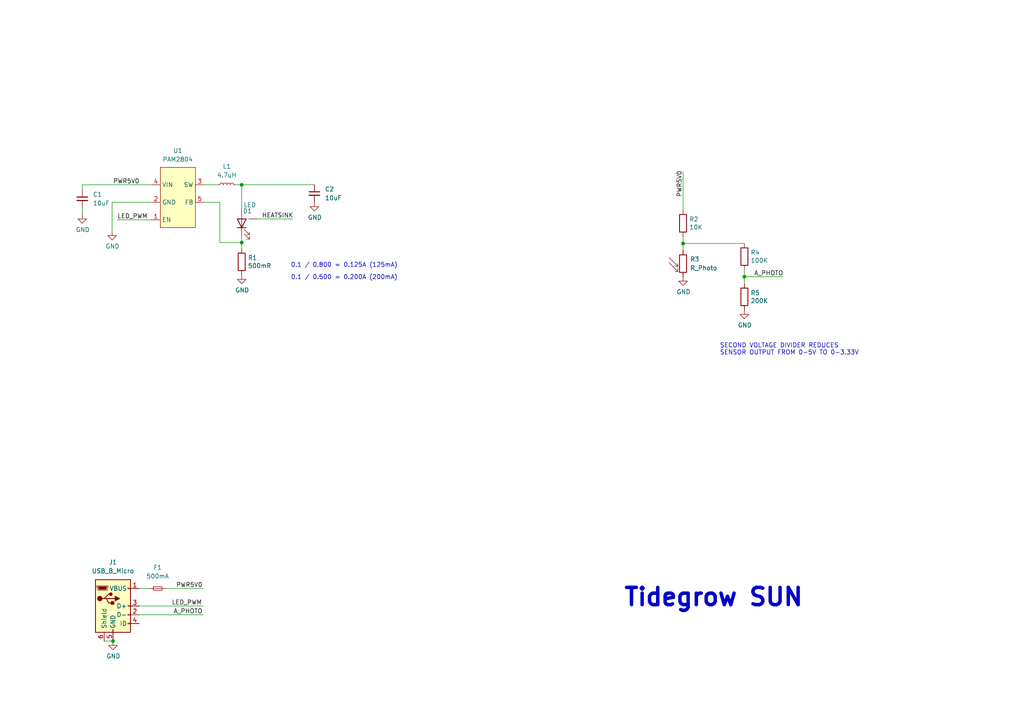
<source format=kicad_sch>
(kicad_sch (version 20211123) (generator eeschema)
  (paper "A4")
  (title_block (title "Tidegrow Sun") (date "2022-10-26") (rev "V0") (company "Copyright © 2022 Lone Dynamics Corporation"))
  (lib_symbols
    (symbol "Connector:USB_B_Micro" (pin_names (offset 1.016))
      (property "Reference" "J" (at -5.08 11.43 0))
      (property "Value" "USB_B_Micro" (at -5.08 8.89 0))
      (symbol "USB_B_Micro_0_1"
        (rectangle (start -5.08 -7.62) (end 5.08 7.62) (stroke (width 0.254)) (fill (type background)))
        (circle (center -3.81 2.159) (radius 0.635) (stroke (width 0.254)) (fill (type outline)))
        (circle (center -0.635 3.429) (radius 0.381) (stroke (width 0.254)) (fill (type outline)))
        (rectangle (start -0.127 -7.62) (end 0.127 -6.858))
        (polyline (pts (xy -1.905 2.159) (xy 0.635 2.159)) (stroke (width 0.254)))
        (polyline (pts (xy -3.175 2.159) (xy -2.54 2.159) (xy -1.27 3.429) (xy -0.635 3.429)) (stroke (width 0.254)))
        (polyline (pts (xy -2.54 2.159) (xy -1.905 2.159) (xy -1.27 0.889) (xy 0 0.889)) (stroke (width 0.254)))
        (polyline (pts (xy 0.635 2.794) (xy 0.635 1.524) (xy 1.905 2.159) (xy 0.635 2.794)) (stroke (width 0.254)) (fill (type outline)))
        (polyline (pts (xy -4.318 5.588) (xy -1.778 5.588) (xy -2.032 4.826) (xy -4.064 4.826) (xy -4.318 5.588)) (fill (type outline)))
        (polyline (pts (xy -4.699 5.842) (xy -4.699 5.588) (xy -4.445 4.826) (xy -4.445 4.572) (xy -1.651 4.572) (xy -1.651 4.826) (xy -1.397 5.588) (xy -1.397 5.842) (xy -4.699 5.842)))
        (rectangle (start 0.254 1.27) (end -0.508 0.508) (stroke (width 0.254)) (fill (type outline)))
        (rectangle (start 5.08 -5.207) (end 4.318 -4.953))
        (rectangle (start 5.08 -2.667) (end 4.318 -2.413))
        (rectangle (start 5.08 -0.127) (end 4.318 0.127))
        (rectangle (start 5.08 4.953) (end 4.318 5.207))
      )
      (symbol "USB_B_Micro_1_1"
        (pin power_out line (at 7.62 5.08 180) (length 2.54) (name "VBUS") (number "1"))
        (pin bidirectional line (at 7.62 -2.54 180) (length 2.54) (name "D-") (number "2"))
        (pin bidirectional line (at 7.62 0 180) (length 2.54) (name "D+") (number "3"))
        (pin passive line (at 7.62 -5.08 180) (length 2.54) (name "ID") (number "4"))
        (pin power_out line (at 0 -10.16 90) (length 2.54) (name "GND") (number "5"))
        (pin passive line (at -2.54 -10.16 90) (length 2.54) (name "Shield") (number "6"))
      )
    )
    (symbol "Device:C_Small" (pin_numbers hide) (pin_names (offset 0.254) hide)
      (property "Reference" "C" (at 0.254 1.778 0))
      (property "Value" "C_Small" (at 0.254 -2.032 0))
      (symbol "C_Small_0_1"
        (polyline (pts (xy -1.524 -0.508) (xy 1.524 -0.508)) (stroke (width 0.3302)))
        (polyline (pts (xy -1.524 0.508) (xy 1.524 0.508)) (stroke (width 0.3048)))
      )
      (symbol "C_Small_1_1"
        (pin passive line (at 0 2.54 270) (length 2.032) (name "~") (number "1"))
        (pin passive line (at 0 -2.54 90) (length 2.032) (name "~") (number "2"))
      )
    )
    (symbol "Device:Fuse_Small" (pin_numbers hide) (pin_names (offset 0.254) hide)
      (property "Reference" "F" (at 0 -1.524 0))
      (property "Value" "Fuse_Small" (at 0 1.524 0))
      (symbol "Fuse_Small_0_1"
        (rectangle (start -1.27 0.508) (end 1.27 -0.508))
        (polyline (pts (xy -1.27 0) (xy 1.27 0)))
      )
      (symbol "Fuse_Small_1_1"
        (pin passive line (at -2.54 0 0) (length 1.27) (name "~") (number "1"))
        (pin passive line (at 2.54 0 180) (length 1.27) (name "~") (number "2"))
      )
    )
    (symbol "Device:LED" (pin_numbers hide) (pin_names (offset 1.016) hide)
      (property "Reference" "D1" (at 3.556 -0.3174 90))
      (property "Value" "LED" (at 3.556 -2.8574 90))
      (symbol "LED_0_1"
        (polyline (pts (xy -1.27 -1.27) (xy -1.27 1.27)) (stroke (width 0.254)))
        (polyline (pts (xy -1.27 0) (xy 1.27 0)))
        (polyline (pts (xy 1.27 -1.27) (xy 1.27 1.27) (xy -1.27 0) (xy 1.27 -1.27)) (stroke (width 0.254)))
        (polyline (pts (xy -3.048 -0.762) (xy -4.572 -2.286) (xy -3.81 -2.286) (xy -4.572 -2.286) (xy -4.572 -1.524)))
        (polyline (pts (xy -1.778 -0.762) (xy -3.302 -2.286) (xy -2.54 -2.286) (xy -3.302 -2.286) (xy -3.302 -1.524)))
      )
      (symbol "LED_1_1"
        (pin passive line (at -3.81 0 0) (length 2.54) (name "K") (number "1"))
        (pin passive line (at 3.81 0 180) (length 2.54) (name "A") (number "2"))
        (pin output line (at 1.27 -4.572 90) (length 2.54) (name "HEATSINK") (number "3"))
      )
    )
    (symbol "Device:L_Small" (pin_numbers hide) (pin_names (offset 0.254) hide)
      (property "Reference" "L" (at 0.762 1.016 0))
      (property "Value" "L_Small" (at 0.762 -1.016 0))
      (symbol "L_Small_0_1"
        (arc (start 0 -2.032) (mid 0.508 -1.524) (end 0 -1.016))
        (arc (start 0 -1.016) (mid 0.508 -0.508) (end 0 0))
        (arc (start 0 0) (mid 0.508 0.508) (end 0 1.016))
        (arc (start 0 1.016) (mid 0.508 1.524) (end 0 2.032))
      )
      (symbol "L_Small_1_1"
        (pin passive line (at 0 2.54 270) (length 0.508) (name "~") (number "1"))
        (pin passive line (at 0 -2.54 90) (length 0.508) (name "~") (number "2"))
      )
    )
    (symbol "Device:R" (pin_numbers hide) (pin_names (offset 0))
      (property "Reference" "R" (at 2.032 0 90))
      (property "Value" "R" (at 0 0 90))
      (symbol "R_0_1"
        (rectangle (start -1.016 -2.54) (end 1.016 2.54) (stroke (width 0.254)))
      )
      (symbol "R_1_1"
        (pin passive line (at 0 3.81 270) (length 1.27) (name "~") (number "1"))
        (pin passive line (at 0 -3.81 90) (length 1.27) (name "~") (number "2"))
      )
    )
    (symbol "Device:R_Photo" (pin_numbers hide) (pin_names (offset 0))
      (property "Reference" "R" (at 1.27 1.27 0))
      (property "Value" "R_Photo" (at 1.27 0 0))
      (symbol "R_Photo_0_1"
        (rectangle (start -1.016 2.54) (end 1.016 -2.54) (stroke (width 0.254)))
        (polyline (pts (xy -1.524 -2.286) (xy -4.064 0.254)))
        (polyline (pts (xy -1.524 -2.286) (xy -2.286 -2.286)))
        (polyline (pts (xy -1.524 -2.286) (xy -1.524 -1.524)))
        (polyline (pts (xy -1.524 -0.762) (xy -4.064 1.778)))
        (polyline (pts (xy -1.524 -0.762) (xy -2.286 -0.762)))
        (polyline (pts (xy -1.524 -0.762) (xy -1.524 0)))
      )
      (symbol "R_Photo_1_1"
        (pin passive line (at 0 3.81 270) (length 1.27) (name "~") (number "1"))
        (pin passive line (at 0 -3.81 90) (length 1.27) (name "~") (number "2"))
      )
    )
    (symbol "ld-misc:PAM2804"
      (property "Reference" "U" (at 0 7.366 0))
      (property "Value" "PAM2804" (at 0 4.572 0))
      (symbol "PAM2804_0_1"
        (rectangle (start -5.08 6.096) (end 5.08 -11.43) (fill (type background)))
      )
      (symbol "PAM2804_1_1"
        (pin input line (at -7.62 -9.144 0) (length 2.54) (name "EN") (number "1"))
        (pin power_in line (at -7.62 -4.064 0) (length 2.54) (name "GND") (number "2"))
        (pin power_out line (at 7.62 1.016 180) (length 2.54) (name "SW") (number "3"))
        (pin power_in line (at -7.62 1.016 0) (length 2.54) (name "VIN") (number "4"))
        (pin power_in line (at 7.62 -4.064 180) (length 2.54) (name "FB") (number "5"))
      )
    )
    (symbol "power:GND" (power) (pin_names (offset 0))
      (property "Value" "GND" (at 0 -3.81 0))
      (symbol "GND_0_1"
        (polyline (pts (xy 0 0) (xy 0 -1.27) (xy 1.27 -1.27) (xy 0 -2.54) (xy -1.27 -1.27) (xy 0 -1.27)))
      )
      (symbol "GND_1_1"
        (pin power_in line (at 0 0 270) (length 0) hide (name "GND") (number "1"))
      )
    )
  )
  (junction (at 215.9 80.264))
  (junction (at 32.766 185.928))
  (junction (at 198.12 70.612))
  (junction (at 70.104 53.594))
  (junction (at 70.104 70.358))
  (wire (pts (xy 198.12 70.612) (xy 215.9 70.612)))
  (wire (pts (xy 198.12 70.612) (xy 198.12 72.644)))
  (wire (pts (xy 63.754 58.674) (xy 63.754 70.358)))
  (wire (pts (xy 43.942 58.674) (xy 32.512 58.674)))
  (wire (pts (xy 215.9 78.232) (xy 215.9 80.264)))
  (wire (pts (xy 70.104 53.594) (xy 70.104 60.96)))
  (wire (pts (xy 30.226 185.928) (xy 32.766 185.928)))
  (wire (pts (xy 40.386 175.768) (xy 58.928 175.768)))
  (wire (pts (xy 59.182 53.594) (xy 63.246 53.594)))
  (wire (pts (xy 215.9 80.264) (xy 227.076 80.264)))
  (wire (pts (xy 34.036 63.754) (xy 43.942 63.754)))
  (wire (pts (xy 40.386 178.308) (xy 58.928 178.308)))
  (wire (pts (xy 23.876 60.198) (xy 23.876 62.23)))
  (wire (pts (xy 198.12 68.58) (xy 198.12 70.612)))
  (wire (pts (xy 198.12 49.784) (xy 198.12 60.96)))
  (wire (pts (xy 74.676 63.5) (xy 84.836 63.5)))
  (wire (pts (xy 70.104 68.58) (xy 70.104 70.358)))
  (wire (pts (xy 70.104 53.594) (xy 91.186 53.594)))
  (wire (pts (xy 68.326 53.594) (xy 70.104 53.594)))
  (wire (pts (xy 70.104 70.358) (xy 70.104 72.136)))
  (wire (pts (xy 59.182 58.674) (xy 63.754 58.674)))
  (wire (pts (xy 40.386 170.688) (xy 43.18 170.688)))
  (wire (pts (xy 23.876 53.594) (xy 23.876 55.118)))
  (wire (pts (xy 32.512 58.674) (xy 32.512 67.056)))
  (wire (pts (xy 43.942 53.594) (xy 23.876 53.594)))
  (wire (pts (xy 215.9 80.264) (xy 215.9 82.296)))
  (wire (pts (xy 63.754 70.358) (xy 70.104 70.358)))
  (wire (pts (xy 48.26 170.688) (xy 58.928 170.688)))
  (text "SECOND VOLTAGE DIVIDER REDUCES\nSENSOR OUTPUT FROM 0-5V TO 0-3.33V" (at 208.788 103.124 0) (effects (font (size 1.27 1.27)) (justify left bottom)))
  (text "0.1 / 0.800 = 0.125A (125mA)" (at 84.328 77.724 0) (effects (font (size 1.27 1.27)) (justify left bottom)))
  (text "Tidegrow SUN" (at 180.594 176.276 0) (effects (font (size 5 5) (thickness 1) bold) (justify left bottom)))
  (text "0.1 / 0.500 = 0.200A (200mA)" (at 84.328 81.28 0) (effects (font (size 1.27 1.27)) (justify left bottom)))
  (label "LED_PWM" (at 34.036 63.754 0))
  (label "A_PHOTO" (at 218.694 80.264 0))
  (label "HEATSINK" (at 75.946 63.5 0))
  (label "A_PHOTO" (at 50.292 178.308 0))
  (label "LED_PWM" (at 49.784 175.768 0))
  (label "PWR5V0" (at 32.766 53.594 0))
  (label "PWR5V0" (at 198.12 57.15 90))
  (label "PWR5V0" (at 51.054 170.688 0))
  (symbol (lib_id "Device:L_Small") (at 65.786 53.594 90) (unit 1)
    (property "Reference" "L1" (at 65.786 48.26 90))
    (property "Value" "4.7uH" (at 65.786 50.8 90))
    (property "Footprint" "Inductor_SMD:L_1008_2520Metric" (effects hide))
  )
  (symbol (lib_id "power:GND") (at 32.512 67.056 0) (unit 1)
    (property "Reference" "#PWR02" (effects hide))
    (property "Value" "GND" (at 32.639 71.4502 0))
  )
  (symbol (lib_id "power:GND") (at 70.104 79.756 0) (unit 1)
    (property "Reference" "#PWR04" (effects hide))
    (property "Value" "GND" (at 70.231 84.1502 0))
  )
  (symbol (lib_id "Device:R_Photo") (at 198.12 76.454 0) (unit 1)
    (property "Reference" "R3" (at 200.152 75.1839 0) (effects (justify left)))
    (property "Value" "R_Photo" (at 200.152 77.7239 0) (effects (justify left)))
    (property "Footprint" "LD-MISC:R_PHOTO_3624" (effects hide))
  )
  (symbol (lib_id "ld-misc:PAM2804") (at 51.562 54.61 0) (unit 1)
    (property "Reference" "U1" (at 51.562 43.688 0))
    (property "Value" "PAM2804" (at 51.562 46.228 0))
    (property "Footprint" "Package_TO_SOT_SMD:SOT-23-5" (effects hide))
  )
  (symbol (lib_id "Connector:USB_B_Micro") (at 32.766 175.768 0) (unit 1)
    (property "Reference" "J1" (at 32.766 163.068 0))
    (property "Value" "USB_B_Micro" (at 32.766 165.608 0))
    (property "Footprint" "LD-CONNECTORS:Generic_Chinese_USB_MicroB_Horizontal_Socket_Circular_Holes" (effects hide))
  )
  (symbol (lib_id "power:GND") (at 32.766 185.928 0) (unit 1)
    (property "Reference" "#PWR03" (effects hide))
    (property "Value" "GND" (at 32.893 190.3222 0))
  )
  (symbol (lib_id "Device:R") (at 198.12 64.77 0) (unit 1)
    (property "Reference" "R2" (at 199.898 63.6016 0) (effects (justify left)))
    (property "Value" "10K" (at 199.898 65.913 0) (effects (justify left)))
    (property "Footprint" "Resistor_SMD:R_0603_1608Metric" (effects hide))
  )
  (symbol (lib_id "Device:R") (at 215.9 74.422 0) (unit 1)
    (property "Reference" "R4" (at 217.678 73.2536 0) (effects (justify left)))
    (property "Value" "100K" (at 217.678 75.565 0) (effects (justify left)))
    (property "Footprint" "Resistor_SMD:R_0603_1608Metric" (effects hide))
  )
  (symbol (lib_id "power:GND") (at 23.876 62.23 0) (unit 1)
    (property "Reference" "#PWR01" (effects hide))
    (property "Value" "GND" (at 24.003 66.6242 0))
  )
  (symbol (lib_id "power:GND") (at 91.186 58.674 0) (unit 1)
    (property "Reference" "#PWR05" (effects hide))
    (property "Value" "GND" (at 91.313 63.0682 0))
  )
  (symbol (lib_id "Device:R") (at 215.9 86.106 0) (unit 1)
    (property "Reference" "R5" (at 217.678 84.9376 0) (effects (justify left)))
    (property "Value" "200K" (at 217.678 87.249 0) (effects (justify left)))
    (property "Footprint" "Resistor_SMD:R_0603_1608Metric" (effects hide))
  )
  (symbol (lib_id "Device:Fuse_Small") (at 45.72 170.688 0) (unit 1)
    (property "Reference" "F1" (at 45.72 164.592 0))
    (property "Value" "500mA" (at 45.72 167.132 0))
    (property "Footprint" "Fuse:Fuse_0805_2012Metric" (effects hide))
  )
  (symbol (lib_id "Device:R") (at 70.104 75.946 0) (unit 1)
    (property "Reference" "R1" (at 71.882 74.7776 0) (effects (justify left)))
    (property "Value" "500mR" (at 71.882 77.089 0) (effects (justify left)))
    (property "Footprint" "Resistor_SMD:R_2010_5025Metric" (effects hide))
  )
  (symbol (lib_id "power:GND") (at 215.9 89.916 0) (unit 1)
    (property "Reference" "#PWR07" (effects hide))
    (property "Value" "GND" (at 216.027 94.3102 0))
  )
  (symbol (lib_id "Device:LED") (at 70.104 64.77 90) (unit 1)
    (property "Reference" "D1" (at 70.4214 61.214 90) (effects (justify right)))
    (property "Value" "LED" (at 70.612 59.436 90) (effects (justify right)))
    (property "Footprint" "LED_SMD:LED_1W_3W_R8" (effects hide))
  )
  (symbol (lib_id "power:GND") (at 198.12 80.264 0) (unit 1)
    (property "Reference" "#PWR06" (effects hide))
    (property "Value" "GND" (at 198.247 84.6582 0))
  )
  (symbol (lib_id "Device:C_Small") (at 91.186 56.134 0) (unit 1)
    (property "Reference" "C2" (at 94.234 54.8702 0) (effects (justify left)))
    (property "Value" "10uF" (at 94.234 57.4102 0) (effects (justify left)))
    (property "Footprint" "Capacitor_SMD:C_0603_1608Metric" (effects hide))
  )
  (symbol (lib_id "Device:C_Small") (at 23.876 57.658 0) (unit 1)
    (property "Reference" "C1" (at 26.924 56.3942 0) (effects (justify left)))
    (property "Value" "10uF" (at 26.924 58.9342 0) (effects (justify left)))
    (property "Footprint" "Capacitor_SMD:C_0603_1608Metric" (effects hide))
  )
)
</source>
